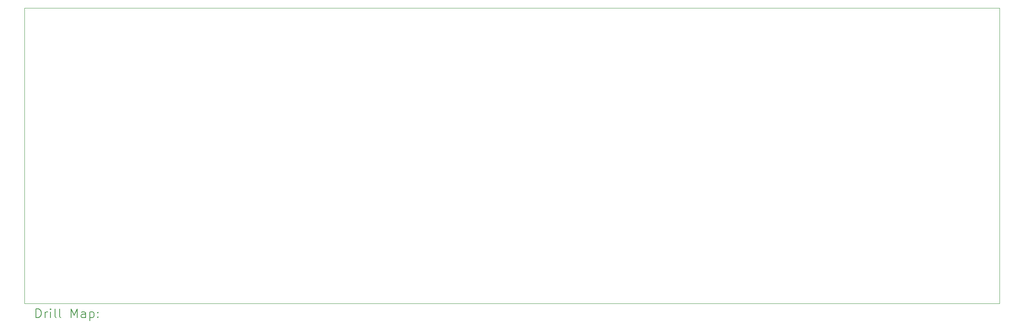
<source format=gbr>
%FSLAX45Y45*%
G04 Gerber Fmt 4.5, Leading zero omitted, Abs format (unit mm)*
G04 Created by KiCad (PCBNEW 6.0.2+dfsg-1~bpo11+1) date 2022-09-22 09:55:24*
%MOMM*%
%LPD*%
G01*
G04 APERTURE LIST*
%TA.AperFunction,Profile*%
%ADD10C,0.100000*%
%TD*%
%ADD11C,0.200000*%
G04 APERTURE END LIST*
D10*
X3205000Y-7102500D02*
X24802500Y-7102500D01*
X24802500Y-7102500D02*
X24802500Y-13662500D01*
X24802500Y-13662500D02*
X3205000Y-13662500D01*
X3205000Y-13662500D02*
X3205000Y-7102500D01*
D11*
X3457619Y-13977976D02*
X3457619Y-13777976D01*
X3505238Y-13777976D01*
X3533809Y-13787500D01*
X3552857Y-13806548D01*
X3562381Y-13825595D01*
X3571905Y-13863690D01*
X3571905Y-13892262D01*
X3562381Y-13930357D01*
X3552857Y-13949405D01*
X3533809Y-13968452D01*
X3505238Y-13977976D01*
X3457619Y-13977976D01*
X3657619Y-13977976D02*
X3657619Y-13844643D01*
X3657619Y-13882738D02*
X3667143Y-13863690D01*
X3676667Y-13854167D01*
X3695714Y-13844643D01*
X3714762Y-13844643D01*
X3781428Y-13977976D02*
X3781428Y-13844643D01*
X3781428Y-13777976D02*
X3771905Y-13787500D01*
X3781428Y-13797024D01*
X3790952Y-13787500D01*
X3781428Y-13777976D01*
X3781428Y-13797024D01*
X3905238Y-13977976D02*
X3886190Y-13968452D01*
X3876667Y-13949405D01*
X3876667Y-13777976D01*
X4010000Y-13977976D02*
X3990952Y-13968452D01*
X3981428Y-13949405D01*
X3981428Y-13777976D01*
X4238571Y-13977976D02*
X4238571Y-13777976D01*
X4305238Y-13920833D01*
X4371905Y-13777976D01*
X4371905Y-13977976D01*
X4552857Y-13977976D02*
X4552857Y-13873214D01*
X4543333Y-13854167D01*
X4524286Y-13844643D01*
X4486190Y-13844643D01*
X4467143Y-13854167D01*
X4552857Y-13968452D02*
X4533810Y-13977976D01*
X4486190Y-13977976D01*
X4467143Y-13968452D01*
X4457619Y-13949405D01*
X4457619Y-13930357D01*
X4467143Y-13911309D01*
X4486190Y-13901786D01*
X4533810Y-13901786D01*
X4552857Y-13892262D01*
X4648095Y-13844643D02*
X4648095Y-14044643D01*
X4648095Y-13854167D02*
X4667143Y-13844643D01*
X4705238Y-13844643D01*
X4724286Y-13854167D01*
X4733810Y-13863690D01*
X4743333Y-13882738D01*
X4743333Y-13939881D01*
X4733810Y-13958928D01*
X4724286Y-13968452D01*
X4705238Y-13977976D01*
X4667143Y-13977976D01*
X4648095Y-13968452D01*
X4829048Y-13958928D02*
X4838571Y-13968452D01*
X4829048Y-13977976D01*
X4819524Y-13968452D01*
X4829048Y-13958928D01*
X4829048Y-13977976D01*
X4829048Y-13854167D02*
X4838571Y-13863690D01*
X4829048Y-13873214D01*
X4819524Y-13863690D01*
X4829048Y-13854167D01*
X4829048Y-13873214D01*
M02*

</source>
